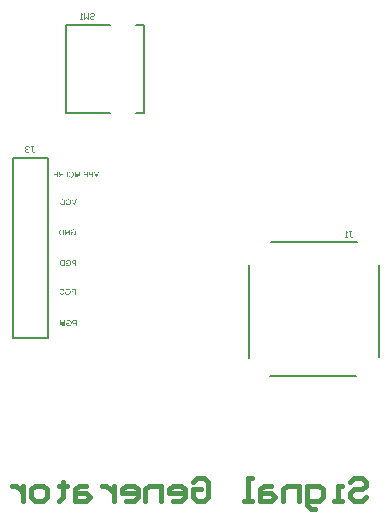
<source format=gbo>
G04*
G04 #@! TF.GenerationSoftware,Altium Limited,Altium Designer,21.6.4 (81)*
G04*
G04 Layer_Color=32896*
%FSLAX25Y25*%
%MOIN*%
G70*
G04*
G04 #@! TF.SameCoordinates,35DD912C-F110-465F-AF13-46C66D0AF481*
G04*
G04*
G04 #@! TF.FilePolarity,Positive*
G04*
G01*
G75*
%ADD12C,0.00787*%
%ADD13C,0.00394*%
%ADD36C,0.01575*%
G36*
X21139Y75919D02*
X20895D01*
Y77551D01*
X20341Y75919D01*
X20114D01*
X19554Y77523D01*
Y75919D01*
X19310D01*
Y77836D01*
X19651D01*
X20111Y76501D01*
X20136Y76429D01*
X20155Y76368D01*
X20175Y76315D01*
X20188Y76271D01*
X20200Y76238D01*
X20208Y76213D01*
X20211Y76199D01*
X20213Y76193D01*
X20224Y76232D01*
X20238Y76276D01*
X20255Y76323D01*
X20269Y76371D01*
X20283Y76412D01*
X20294Y76445D01*
X20299Y76459D01*
X20302Y76468D01*
X20305Y76473D01*
Y76476D01*
X20759Y77836D01*
X21139D01*
Y75919D01*
D02*
G37*
G36*
X22424Y77864D02*
X22521Y77850D01*
X22565Y77841D01*
X22607Y77830D01*
X22646Y77822D01*
X22682Y77811D01*
X22715Y77800D01*
X22742Y77789D01*
X22767Y77778D01*
X22790Y77769D01*
X22806Y77761D01*
X22817Y77756D01*
X22826Y77753D01*
X22828Y77750D01*
X22867Y77725D01*
X22906Y77700D01*
X22972Y77642D01*
X23031Y77584D01*
X23078Y77523D01*
X23116Y77470D01*
X23130Y77448D01*
X23141Y77426D01*
X23152Y77409D01*
X23158Y77398D01*
X23161Y77390D01*
X23164Y77387D01*
X23202Y77296D01*
X23230Y77204D01*
X23252Y77116D01*
X23258Y77074D01*
X23266Y77035D01*
X23269Y76999D01*
X23274Y76969D01*
X23277Y76938D01*
Y76913D01*
X23280Y76894D01*
Y76880D01*
Y76869D01*
Y76866D01*
X23274Y76764D01*
X23260Y76667D01*
X23252Y76623D01*
X23244Y76581D01*
X23233Y76539D01*
X23222Y76503D01*
X23211Y76470D01*
X23200Y76443D01*
X23191Y76415D01*
X23183Y76395D01*
X23175Y76376D01*
X23169Y76365D01*
X23164Y76357D01*
Y76354D01*
X23114Y76274D01*
X23058Y76204D01*
X23000Y76143D01*
X22945Y76094D01*
X22892Y76055D01*
X22873Y76041D01*
X22853Y76027D01*
X22837Y76019D01*
X22826Y76011D01*
X22817Y76008D01*
X22815Y76005D01*
X22770Y75983D01*
X22726Y75966D01*
X22637Y75936D01*
X22551Y75916D01*
X22471Y75900D01*
X22435Y75897D01*
X22402Y75891D01*
X22371Y75889D01*
X22346D01*
X22327Y75886D01*
X22299D01*
X22222Y75889D01*
X22147Y75897D01*
X22078Y75911D01*
X22017Y75925D01*
X21992Y75930D01*
X21967Y75936D01*
X21945Y75944D01*
X21925Y75950D01*
X21911Y75955D01*
X21900Y75958D01*
X21895Y75961D01*
X21892D01*
X21817Y75991D01*
X21748Y76027D01*
X21681Y76066D01*
X21623Y76102D01*
X21598Y76118D01*
X21574Y76135D01*
X21554Y76149D01*
X21538Y76160D01*
X21524Y76171D01*
X21513Y76179D01*
X21507Y76182D01*
X21504Y76185D01*
Y76897D01*
X22319D01*
Y76670D01*
X21754D01*
Y76310D01*
X21787Y76282D01*
X21826Y76257D01*
X21867Y76235D01*
X21906Y76215D01*
X21939Y76199D01*
X21970Y76185D01*
X21981Y76179D01*
X21986Y76177D01*
X21992Y76174D01*
X21995D01*
X22053Y76155D01*
X22111Y76138D01*
X22163Y76127D01*
X22213Y76121D01*
X22255Y76116D01*
X22272D01*
X22288Y76113D01*
X22316D01*
X22385Y76116D01*
X22452Y76127D01*
X22512Y76141D01*
X22568Y76155D01*
X22612Y76171D01*
X22632Y76177D01*
X22646Y76182D01*
X22659Y76188D01*
X22668Y76193D01*
X22673Y76196D01*
X22676D01*
X22734Y76232D01*
X22787Y76271D01*
X22831Y76312D01*
X22867Y76354D01*
X22898Y76393D01*
X22917Y76423D01*
X22925Y76434D01*
X22928Y76443D01*
X22934Y76448D01*
Y76451D01*
X22961Y76520D01*
X22983Y76592D01*
X22997Y76664D01*
X23008Y76733D01*
X23011Y76764D01*
X23014Y76792D01*
X23017Y76819D01*
Y76841D01*
X23020Y76858D01*
Y76872D01*
Y76880D01*
Y76883D01*
X23017Y76961D01*
X23008Y77030D01*
X22997Y77096D01*
X22983Y77154D01*
X22978Y77179D01*
X22970Y77202D01*
X22964Y77221D01*
X22959Y77238D01*
X22953Y77251D01*
X22950Y77260D01*
X22947Y77265D01*
Y77268D01*
X22928Y77307D01*
X22909Y77343D01*
X22889Y77376D01*
X22870Y77404D01*
X22853Y77426D01*
X22839Y77445D01*
X22828Y77456D01*
X22826Y77459D01*
X22795Y77490D01*
X22762Y77517D01*
X22726Y77539D01*
X22693Y77562D01*
X22665Y77575D01*
X22643Y77589D01*
X22626Y77595D01*
X22621Y77598D01*
X22571Y77617D01*
X22521Y77631D01*
X22468Y77639D01*
X22421Y77648D01*
X22380Y77650D01*
X22363D01*
X22349Y77653D01*
X22319D01*
X22266Y77650D01*
X22216Y77645D01*
X22172Y77636D01*
X22133Y77628D01*
X22100Y77617D01*
X22075Y77609D01*
X22061Y77603D01*
X22055Y77601D01*
X22014Y77581D01*
X21978Y77559D01*
X21945Y77537D01*
X21920Y77515D01*
X21900Y77495D01*
X21884Y77481D01*
X21875Y77470D01*
X21873Y77468D01*
X21848Y77434D01*
X21828Y77395D01*
X21809Y77359D01*
X21792Y77321D01*
X21781Y77288D01*
X21773Y77263D01*
X21770Y77251D01*
X21767Y77243D01*
X21765Y77240D01*
Y77238D01*
X21535Y77298D01*
X21554Y77368D01*
X21579Y77429D01*
X21604Y77484D01*
X21626Y77528D01*
X21648Y77564D01*
X21665Y77589D01*
X21676Y77606D01*
X21681Y77612D01*
X21720Y77656D01*
X21762Y77692D01*
X21806Y77725D01*
X21848Y77753D01*
X21887Y77772D01*
X21917Y77789D01*
X21928Y77794D01*
X21936Y77797D01*
X21942Y77800D01*
X21945D01*
X22008Y77822D01*
X22075Y77839D01*
X22136Y77852D01*
X22194Y77861D01*
X22247Y77866D01*
X22269D01*
X22285Y77869D01*
X22374D01*
X22424Y77864D01*
D02*
G37*
G36*
X25000Y75919D02*
X24745D01*
Y76697D01*
X24255D01*
X24183Y76700D01*
X24114Y76706D01*
X24053Y76714D01*
X23997Y76725D01*
X23945Y76736D01*
X23900Y76750D01*
X23859Y76767D01*
X23823Y76783D01*
X23792Y76797D01*
X23765Y76814D01*
X23742Y76828D01*
X23726Y76841D01*
X23712Y76850D01*
X23704Y76858D01*
X23698Y76864D01*
X23695Y76866D01*
X23668Y76900D01*
X23643Y76933D01*
X23623Y76966D01*
X23604Y77002D01*
X23587Y77038D01*
X23576Y77071D01*
X23557Y77135D01*
X23551Y77166D01*
X23546Y77193D01*
X23543Y77218D01*
X23540Y77238D01*
X23537Y77257D01*
Y77268D01*
Y77276D01*
Y77279D01*
X23540Y77332D01*
X23546Y77382D01*
X23557Y77426D01*
X23565Y77465D01*
X23576Y77498D01*
X23587Y77523D01*
X23593Y77537D01*
X23596Y77542D01*
X23618Y77584D01*
X23645Y77620D01*
X23670Y77653D01*
X23695Y77678D01*
X23718Y77697D01*
X23734Y77714D01*
X23745Y77722D01*
X23751Y77725D01*
X23787Y77747D01*
X23828Y77767D01*
X23867Y77783D01*
X23903Y77797D01*
X23936Y77805D01*
X23961Y77811D01*
X23981Y77816D01*
X23986D01*
X24028Y77822D01*
X24075Y77828D01*
X24125Y77830D01*
X24172Y77833D01*
X24213Y77836D01*
X25000D01*
Y75919D01*
D02*
G37*
G36*
X22129Y88297D02*
X22226Y88283D01*
X22270Y88275D01*
X22311Y88263D01*
X22350Y88255D01*
X22386Y88244D01*
X22420Y88233D01*
X22447Y88222D01*
X22472Y88211D01*
X22494Y88203D01*
X22511Y88194D01*
X22522Y88189D01*
X22530Y88186D01*
X22533Y88183D01*
X22572Y88158D01*
X22611Y88133D01*
X22677Y88075D01*
X22735Y88017D01*
X22782Y87956D01*
X22821Y87903D01*
X22835Y87881D01*
X22846Y87859D01*
X22857Y87842D01*
X22863Y87831D01*
X22865Y87823D01*
X22868Y87820D01*
X22907Y87729D01*
X22935Y87637D01*
X22957Y87549D01*
X22962Y87507D01*
X22971Y87468D01*
X22974Y87432D01*
X22979Y87402D01*
X22982Y87371D01*
Y87347D01*
X22985Y87327D01*
Y87313D01*
Y87302D01*
Y87300D01*
X22979Y87197D01*
X22965Y87100D01*
X22957Y87056D01*
X22949Y87014D01*
X22938Y86973D01*
X22926Y86937D01*
X22915Y86903D01*
X22904Y86876D01*
X22896Y86848D01*
X22888Y86829D01*
X22879Y86809D01*
X22874Y86798D01*
X22868Y86790D01*
Y86787D01*
X22818Y86707D01*
X22763Y86638D01*
X22705Y86576D01*
X22649Y86527D01*
X22597Y86488D01*
X22577Y86474D01*
X22558Y86460D01*
X22541Y86452D01*
X22530Y86444D01*
X22522Y86441D01*
X22519Y86438D01*
X22475Y86416D01*
X22431Y86399D01*
X22342Y86369D01*
X22256Y86349D01*
X22176Y86333D01*
X22140Y86330D01*
X22106Y86324D01*
X22076Y86322D01*
X22051D01*
X22032Y86319D01*
X22004D01*
X21926Y86322D01*
X21852Y86330D01*
X21782Y86344D01*
X21721Y86358D01*
X21697Y86363D01*
X21672Y86369D01*
X21649Y86377D01*
X21630Y86383D01*
X21616Y86388D01*
X21605Y86391D01*
X21599Y86394D01*
X21597D01*
X21522Y86424D01*
X21453Y86460D01*
X21386Y86499D01*
X21328Y86535D01*
X21303Y86552D01*
X21278Y86568D01*
X21259Y86582D01*
X21242Y86593D01*
X21228Y86604D01*
X21217Y86612D01*
X21212Y86615D01*
X21209Y86618D01*
Y87330D01*
X22023D01*
Y87103D01*
X21458D01*
Y86743D01*
X21492Y86715D01*
X21530Y86690D01*
X21572Y86668D01*
X21611Y86648D01*
X21644Y86632D01*
X21674Y86618D01*
X21685Y86612D01*
X21691Y86610D01*
X21697Y86607D01*
X21699D01*
X21757Y86588D01*
X21816Y86571D01*
X21868Y86560D01*
X21918Y86554D01*
X21960Y86549D01*
X21976D01*
X21993Y86546D01*
X22021D01*
X22090Y86549D01*
X22156Y86560D01*
X22217Y86574D01*
X22273Y86588D01*
X22317Y86604D01*
X22336Y86610D01*
X22350Y86615D01*
X22364Y86621D01*
X22372Y86626D01*
X22378Y86629D01*
X22381D01*
X22439Y86665D01*
X22491Y86704D01*
X22536Y86746D01*
X22572Y86787D01*
X22602Y86826D01*
X22622Y86856D01*
X22630Y86867D01*
X22633Y86876D01*
X22638Y86881D01*
Y86884D01*
X22666Y86953D01*
X22688Y87025D01*
X22702Y87097D01*
X22713Y87167D01*
X22716Y87197D01*
X22719Y87225D01*
X22721Y87252D01*
Y87274D01*
X22724Y87291D01*
Y87305D01*
Y87313D01*
Y87316D01*
X22721Y87394D01*
X22713Y87463D01*
X22702Y87529D01*
X22688Y87588D01*
X22683Y87612D01*
X22674Y87635D01*
X22669Y87654D01*
X22663Y87671D01*
X22658Y87685D01*
X22655Y87693D01*
X22652Y87698D01*
Y87701D01*
X22633Y87740D01*
X22613Y87776D01*
X22594Y87809D01*
X22575Y87837D01*
X22558Y87859D01*
X22544Y87878D01*
X22533Y87889D01*
X22530Y87892D01*
X22500Y87923D01*
X22467Y87950D01*
X22431Y87973D01*
X22397Y87995D01*
X22370Y88009D01*
X22347Y88023D01*
X22331Y88028D01*
X22325Y88031D01*
X22275Y88050D01*
X22226Y88064D01*
X22173Y88072D01*
X22126Y88081D01*
X22084Y88083D01*
X22068D01*
X22054Y88086D01*
X22023D01*
X21971Y88083D01*
X21921Y88078D01*
X21877Y88069D01*
X21838Y88061D01*
X21804Y88050D01*
X21780Y88042D01*
X21766Y88036D01*
X21760Y88033D01*
X21719Y88014D01*
X21683Y87992D01*
X21649Y87970D01*
X21624Y87948D01*
X21605Y87928D01*
X21588Y87914D01*
X21580Y87903D01*
X21577Y87901D01*
X21553Y87867D01*
X21533Y87828D01*
X21514Y87792D01*
X21497Y87754D01*
X21486Y87721D01*
X21478Y87696D01*
X21475Y87685D01*
X21472Y87676D01*
X21469Y87673D01*
Y87671D01*
X21239Y87732D01*
X21259Y87801D01*
X21284Y87862D01*
X21309Y87917D01*
X21331Y87962D01*
X21353Y87998D01*
X21370Y88023D01*
X21381Y88039D01*
X21386Y88045D01*
X21425Y88089D01*
X21467Y88125D01*
X21511Y88158D01*
X21553Y88186D01*
X21591Y88205D01*
X21622Y88222D01*
X21633Y88227D01*
X21641Y88230D01*
X21647Y88233D01*
X21649D01*
X21713Y88255D01*
X21780Y88272D01*
X21840Y88286D01*
X21899Y88294D01*
X21951Y88300D01*
X21973D01*
X21990Y88302D01*
X22079D01*
X22129Y88297D01*
D02*
G37*
G36*
X20098D02*
X20187Y88283D01*
X20264Y88266D01*
X20300Y88255D01*
X20334Y88244D01*
X20364Y88233D01*
X20392Y88222D01*
X20414Y88214D01*
X20436Y88205D01*
X20450Y88197D01*
X20461Y88191D01*
X20469Y88189D01*
X20472Y88186D01*
X20547Y88139D01*
X20611Y88083D01*
X20666Y88028D01*
X20713Y87973D01*
X20749Y87923D01*
X20763Y87901D01*
X20774Y87881D01*
X20785Y87867D01*
X20791Y87856D01*
X20794Y87848D01*
X20796Y87845D01*
X20835Y87759D01*
X20863Y87671D01*
X20882Y87582D01*
X20896Y87502D01*
X20901Y87466D01*
X20904Y87430D01*
X20907Y87402D01*
Y87374D01*
X20910Y87355D01*
Y87338D01*
Y87327D01*
Y87324D01*
X20904Y87225D01*
X20893Y87128D01*
X20879Y87042D01*
X20868Y87000D01*
X20860Y86964D01*
X20852Y86931D01*
X20841Y86901D01*
X20832Y86873D01*
X20827Y86851D01*
X20818Y86834D01*
X20816Y86820D01*
X20810Y86812D01*
Y86809D01*
X20768Y86726D01*
X20721Y86651D01*
X20672Y86588D01*
X20647Y86563D01*
X20625Y86538D01*
X20602Y86516D01*
X20580Y86496D01*
X20561Y86480D01*
X20544Y86468D01*
X20533Y86457D01*
X20522Y86449D01*
X20516Y86446D01*
X20514Y86444D01*
X20475Y86421D01*
X20436Y86402D01*
X20353Y86371D01*
X20270Y86349D01*
X20190Y86335D01*
X20151Y86330D01*
X20118Y86324D01*
X20087Y86322D01*
X20062D01*
X20040Y86319D01*
X20010D01*
X19954Y86322D01*
X19902Y86327D01*
X19852Y86333D01*
X19805Y86344D01*
X19760Y86358D01*
X19719Y86371D01*
X19680Y86385D01*
X19644Y86402D01*
X19613Y86416D01*
X19583Y86430D01*
X19561Y86444D01*
X19539Y86457D01*
X19525Y86468D01*
X19511Y86474D01*
X19505Y86480D01*
X19503Y86482D01*
X19464Y86516D01*
X19431Y86549D01*
X19400Y86588D01*
X19370Y86626D01*
X19320Y86704D01*
X19281Y86782D01*
X19264Y86818D01*
X19251Y86851D01*
X19240Y86881D01*
X19231Y86906D01*
X19223Y86928D01*
X19217Y86945D01*
X19215Y86956D01*
Y86959D01*
X19469Y87023D01*
X19480Y86978D01*
X19494Y86937D01*
X19508Y86898D01*
X19522Y86862D01*
X19539Y86829D01*
X19555Y86801D01*
X19575Y86773D01*
X19591Y86748D01*
X19605Y86726D01*
X19622Y86709D01*
X19636Y86693D01*
X19647Y86679D01*
X19658Y86671D01*
X19666Y86662D01*
X19669Y86660D01*
X19672Y86657D01*
X19699Y86635D01*
X19730Y86618D01*
X19791Y86588D01*
X19849Y86565D01*
X19907Y86552D01*
X19957Y86541D01*
X19976Y86538D01*
X19996D01*
X20012Y86535D01*
X20032D01*
X20095Y86538D01*
X20156Y86549D01*
X20212Y86563D01*
X20262Y86579D01*
X20300Y86596D01*
X20317Y86604D01*
X20331Y86610D01*
X20342Y86615D01*
X20350Y86621D01*
X20356Y86624D01*
X20359D01*
X20411Y86662D01*
X20456Y86704D01*
X20494Y86751D01*
X20525Y86795D01*
X20550Y86834D01*
X20566Y86867D01*
X20572Y86881D01*
X20577Y86889D01*
X20580Y86895D01*
Y86898D01*
X20602Y86970D01*
X20619Y87042D01*
X20633Y87114D01*
X20641Y87180D01*
X20644Y87211D01*
X20647Y87239D01*
Y87264D01*
X20649Y87283D01*
Y87300D01*
Y87313D01*
Y87322D01*
Y87324D01*
X20647Y87396D01*
X20641Y87463D01*
X20630Y87524D01*
X20619Y87579D01*
X20611Y87626D01*
X20605Y87646D01*
X20600Y87662D01*
X20597Y87676D01*
X20594Y87685D01*
X20591Y87690D01*
Y87693D01*
X20564Y87757D01*
X20533Y87815D01*
X20500Y87862D01*
X20464Y87903D01*
X20433Y87937D01*
X20408Y87959D01*
X20389Y87973D01*
X20386Y87978D01*
X20383D01*
X20325Y88014D01*
X20262Y88042D01*
X20201Y88061D01*
X20143Y88072D01*
X20090Y88081D01*
X20068Y88083D01*
X20048D01*
X20034Y88086D01*
X20012D01*
X19943Y88083D01*
X19879Y88072D01*
X19827Y88056D01*
X19780Y88039D01*
X19744Y88020D01*
X19716Y88006D01*
X19699Y87995D01*
X19694Y87989D01*
X19649Y87948D01*
X19608Y87901D01*
X19575Y87851D01*
X19547Y87801D01*
X19525Y87757D01*
X19516Y87734D01*
X19511Y87718D01*
X19505Y87704D01*
X19500Y87693D01*
X19497Y87687D01*
Y87685D01*
X19248Y87743D01*
X19264Y87792D01*
X19281Y87837D01*
X19303Y87878D01*
X19323Y87920D01*
X19345Y87956D01*
X19370Y87989D01*
X19392Y88023D01*
X19414Y88050D01*
X19436Y88072D01*
X19456Y88095D01*
X19475Y88114D01*
X19489Y88128D01*
X19503Y88142D01*
X19514Y88150D01*
X19519Y88153D01*
X19522Y88155D01*
X19561Y88180D01*
X19600Y88205D01*
X19638Y88225D01*
X19680Y88241D01*
X19763Y88266D01*
X19838Y88283D01*
X19874Y88291D01*
X19904Y88294D01*
X19935Y88297D01*
X19960Y88300D01*
X19979Y88302D01*
X20007D01*
X20098Y88297D01*
D02*
G37*
G36*
X24705Y86352D02*
X24450D01*
Y87130D01*
X23960D01*
X23888Y87133D01*
X23818Y87139D01*
X23757Y87147D01*
X23702Y87158D01*
X23649Y87169D01*
X23605Y87183D01*
X23563Y87200D01*
X23528Y87216D01*
X23497Y87230D01*
X23469Y87247D01*
X23447Y87261D01*
X23430Y87274D01*
X23417Y87283D01*
X23408Y87291D01*
X23403Y87297D01*
X23400Y87300D01*
X23372Y87333D01*
X23347Y87366D01*
X23328Y87399D01*
X23309Y87435D01*
X23292Y87471D01*
X23281Y87505D01*
X23261Y87568D01*
X23256Y87599D01*
X23250Y87626D01*
X23248Y87651D01*
X23245Y87671D01*
X23242Y87690D01*
Y87701D01*
Y87709D01*
Y87712D01*
X23245Y87765D01*
X23250Y87815D01*
X23261Y87859D01*
X23270Y87898D01*
X23281Y87931D01*
X23292Y87956D01*
X23298Y87970D01*
X23300Y87975D01*
X23323Y88017D01*
X23350Y88053D01*
X23375Y88086D01*
X23400Y88111D01*
X23422Y88130D01*
X23439Y88147D01*
X23450Y88155D01*
X23455Y88158D01*
X23492Y88180D01*
X23533Y88200D01*
X23572Y88216D01*
X23608Y88230D01*
X23641Y88239D01*
X23666Y88244D01*
X23685Y88250D01*
X23691D01*
X23732Y88255D01*
X23779Y88261D01*
X23829Y88263D01*
X23877Y88266D01*
X23918Y88269D01*
X24705D01*
Y86352D01*
D02*
G37*
G36*
X22227Y97844D02*
X22324Y97830D01*
X22368Y97822D01*
X22410Y97811D01*
X22449Y97802D01*
X22485Y97791D01*
X22518Y97780D01*
X22546Y97769D01*
X22570Y97758D01*
X22593Y97750D01*
X22609Y97741D01*
X22620Y97736D01*
X22629Y97733D01*
X22632Y97730D01*
X22670Y97705D01*
X22709Y97680D01*
X22775Y97622D01*
X22834Y97564D01*
X22881Y97503D01*
X22920Y97451D01*
X22933Y97428D01*
X22944Y97406D01*
X22956Y97390D01*
X22961Y97379D01*
X22964Y97370D01*
X22967Y97368D01*
X23005Y97276D01*
X23033Y97185D01*
X23055Y97096D01*
X23061Y97054D01*
X23069Y97016D01*
X23072Y96980D01*
X23077Y96949D01*
X23080Y96919D01*
Y96894D01*
X23083Y96874D01*
Y96861D01*
Y96850D01*
Y96847D01*
X23077Y96744D01*
X23064Y96647D01*
X23055Y96603D01*
X23047Y96561D01*
X23036Y96520D01*
X23025Y96484D01*
X23014Y96451D01*
X23003Y96423D01*
X22994Y96395D01*
X22986Y96376D01*
X22978Y96356D01*
X22972Y96345D01*
X22967Y96337D01*
Y96334D01*
X22917Y96254D01*
X22861Y96185D01*
X22803Y96124D01*
X22748Y96074D01*
X22695Y96035D01*
X22676Y96021D01*
X22656Y96007D01*
X22640Y95999D01*
X22629Y95991D01*
X22620Y95988D01*
X22618Y95985D01*
X22573Y95963D01*
X22529Y95947D01*
X22440Y95916D01*
X22354Y95897D01*
X22274Y95880D01*
X22238Y95877D01*
X22205Y95872D01*
X22174Y95869D01*
X22150D01*
X22130Y95866D01*
X22102D01*
X22025Y95869D01*
X21950Y95877D01*
X21881Y95891D01*
X21820Y95905D01*
X21795Y95911D01*
X21770Y95916D01*
X21748Y95924D01*
X21729Y95930D01*
X21715Y95935D01*
X21703Y95938D01*
X21698Y95941D01*
X21695D01*
X21620Y95971D01*
X21551Y96007D01*
X21485Y96046D01*
X21427Y96082D01*
X21402Y96099D01*
X21377Y96115D01*
X21357Y96129D01*
X21341Y96140D01*
X21327Y96152D01*
X21316Y96160D01*
X21310Y96162D01*
X21307Y96165D01*
Y96877D01*
X22122D01*
Y96650D01*
X21557D01*
Y96290D01*
X21590Y96262D01*
X21629Y96237D01*
X21670Y96215D01*
X21709Y96196D01*
X21742Y96179D01*
X21773Y96165D01*
X21784Y96160D01*
X21789Y96157D01*
X21795Y96154D01*
X21798D01*
X21856Y96135D01*
X21914Y96118D01*
X21967Y96107D01*
X22016Y96102D01*
X22058Y96096D01*
X22075D01*
X22091Y96093D01*
X22119D01*
X22188Y96096D01*
X22255Y96107D01*
X22316Y96121D01*
X22371Y96135D01*
X22415Y96152D01*
X22435Y96157D01*
X22449Y96162D01*
X22463Y96168D01*
X22471Y96174D01*
X22476Y96176D01*
X22479D01*
X22537Y96212D01*
X22590Y96251D01*
X22634Y96293D01*
X22670Y96334D01*
X22701Y96373D01*
X22720Y96403D01*
X22728Y96415D01*
X22731Y96423D01*
X22737Y96429D01*
Y96431D01*
X22764Y96500D01*
X22787Y96573D01*
X22800Y96645D01*
X22812Y96714D01*
X22814Y96744D01*
X22817Y96772D01*
X22820Y96800D01*
Y96822D01*
X22823Y96838D01*
Y96852D01*
Y96861D01*
Y96863D01*
X22820Y96941D01*
X22812Y97010D01*
X22800Y97077D01*
X22787Y97135D01*
X22781Y97160D01*
X22773Y97182D01*
X22767Y97201D01*
X22762Y97218D01*
X22756Y97232D01*
X22753Y97240D01*
X22751Y97246D01*
Y97248D01*
X22731Y97287D01*
X22712Y97323D01*
X22692Y97356D01*
X22673Y97384D01*
X22656Y97406D01*
X22643Y97426D01*
X22632Y97437D01*
X22629Y97439D01*
X22598Y97470D01*
X22565Y97498D01*
X22529Y97520D01*
X22496Y97542D01*
X22468Y97556D01*
X22446Y97570D01*
X22429Y97575D01*
X22424Y97578D01*
X22374Y97597D01*
X22324Y97611D01*
X22271Y97620D01*
X22224Y97628D01*
X22183Y97631D01*
X22166D01*
X22152Y97633D01*
X22122D01*
X22069Y97631D01*
X22019Y97625D01*
X21975Y97617D01*
X21936Y97609D01*
X21903Y97597D01*
X21878Y97589D01*
X21864Y97584D01*
X21859Y97581D01*
X21817Y97561D01*
X21781Y97539D01*
X21748Y97517D01*
X21723Y97495D01*
X21703Y97475D01*
X21687Y97462D01*
X21679Y97451D01*
X21676Y97448D01*
X21651Y97415D01*
X21632Y97376D01*
X21612Y97340D01*
X21596Y97301D01*
X21584Y97268D01*
X21576Y97243D01*
X21573Y97232D01*
X21571Y97224D01*
X21568Y97221D01*
Y97218D01*
X21338Y97279D01*
X21357Y97348D01*
X21382Y97409D01*
X21407Y97464D01*
X21429Y97509D01*
X21451Y97545D01*
X21468Y97570D01*
X21479Y97586D01*
X21485Y97592D01*
X21523Y97636D01*
X21565Y97672D01*
X21609Y97705D01*
X21651Y97733D01*
X21690Y97752D01*
X21720Y97769D01*
X21731Y97775D01*
X21739Y97777D01*
X21745Y97780D01*
X21748D01*
X21812Y97802D01*
X21878Y97819D01*
X21939Y97833D01*
X21997Y97841D01*
X22050Y97847D01*
X22072D01*
X22089Y97850D01*
X22177D01*
X22227Y97844D01*
D02*
G37*
G36*
X24803Y95899D02*
X24548D01*
Y96678D01*
X24058D01*
X23986Y96680D01*
X23917Y96686D01*
X23856Y96694D01*
X23800Y96706D01*
X23748Y96716D01*
X23704Y96730D01*
X23662Y96747D01*
X23626Y96764D01*
X23595Y96777D01*
X23568Y96794D01*
X23546Y96808D01*
X23529Y96822D01*
X23515Y96830D01*
X23507Y96838D01*
X23501Y96844D01*
X23498Y96847D01*
X23471Y96880D01*
X23446Y96913D01*
X23426Y96947D01*
X23407Y96983D01*
X23391Y97018D01*
X23379Y97052D01*
X23360Y97115D01*
X23354Y97146D01*
X23349Y97174D01*
X23346Y97198D01*
X23343Y97218D01*
X23341Y97237D01*
Y97248D01*
Y97257D01*
Y97259D01*
X23343Y97312D01*
X23349Y97362D01*
X23360Y97406D01*
X23368Y97445D01*
X23379Y97478D01*
X23391Y97503D01*
X23396Y97517D01*
X23399Y97523D01*
X23421Y97564D01*
X23449Y97600D01*
X23474Y97633D01*
X23498Y97658D01*
X23521Y97678D01*
X23537Y97694D01*
X23548Y97703D01*
X23554Y97705D01*
X23590Y97728D01*
X23631Y97747D01*
X23670Y97764D01*
X23706Y97777D01*
X23740Y97786D01*
X23764Y97791D01*
X23784Y97797D01*
X23789D01*
X23831Y97802D01*
X23878Y97808D01*
X23928Y97811D01*
X23975Y97813D01*
X24016Y97816D01*
X24803D01*
Y95899D01*
D02*
G37*
G36*
X20933D02*
X20244D01*
X20180Y95902D01*
X20122Y95905D01*
X20069Y95911D01*
X20025Y95916D01*
X19986Y95922D01*
X19958Y95924D01*
X19950Y95927D01*
X19942Y95930D01*
X19936D01*
X19886Y95944D01*
X19842Y95960D01*
X19803Y95974D01*
X19770Y95991D01*
X19742Y96005D01*
X19723Y96016D01*
X19712Y96024D01*
X19706Y96027D01*
X19670Y96052D01*
X19640Y96082D01*
X19609Y96110D01*
X19584Y96138D01*
X19562Y96162D01*
X19546Y96182D01*
X19535Y96196D01*
X19532Y96201D01*
X19504Y96246D01*
X19476Y96293D01*
X19454Y96337D01*
X19438Y96381D01*
X19421Y96420D01*
X19410Y96451D01*
X19407Y96462D01*
X19404Y96470D01*
X19402Y96475D01*
Y96478D01*
X19385Y96545D01*
X19371Y96611D01*
X19363Y96675D01*
X19355Y96736D01*
X19352Y96789D01*
Y96811D01*
X19349Y96830D01*
Y96844D01*
Y96858D01*
Y96863D01*
Y96866D01*
X19352Y96960D01*
X19360Y97046D01*
X19374Y97124D01*
X19379Y97160D01*
X19388Y97190D01*
X19396Y97221D01*
X19402Y97246D01*
X19407Y97268D01*
X19415Y97287D01*
X19418Y97304D01*
X19424Y97315D01*
X19427Y97320D01*
Y97323D01*
X19457Y97395D01*
X19493Y97459D01*
X19532Y97514D01*
X19568Y97561D01*
X19601Y97600D01*
X19629Y97628D01*
X19640Y97636D01*
X19648Y97645D01*
X19651Y97647D01*
X19654Y97650D01*
X19698Y97686D01*
X19745Y97714D01*
X19792Y97739D01*
X19837Y97758D01*
X19875Y97772D01*
X19906Y97780D01*
X19917Y97786D01*
X19925D01*
X19931Y97789D01*
X19933D01*
X19981Y97797D01*
X20036Y97805D01*
X20091Y97811D01*
X20147Y97813D01*
X20197Y97816D01*
X20933D01*
Y95899D01*
D02*
G37*
G36*
X22656Y106136D02*
X22413D01*
Y107640D01*
X21410Y106136D01*
X21147D01*
Y108052D01*
X21391D01*
Y106546D01*
X22396Y108052D01*
X22656D01*
Y106136D01*
D02*
G37*
G36*
X23947Y108080D02*
X24044Y108066D01*
X24089Y108058D01*
X24130Y108047D01*
X24169Y108039D01*
X24205Y108028D01*
X24238Y108016D01*
X24266Y108005D01*
X24291Y107994D01*
X24313Y107986D01*
X24329Y107978D01*
X24341Y107972D01*
X24349Y107969D01*
X24352Y107967D01*
X24390Y107942D01*
X24429Y107917D01*
X24496Y107859D01*
X24554Y107800D01*
X24601Y107739D01*
X24640Y107687D01*
X24654Y107665D01*
X24665Y107642D01*
X24676Y107626D01*
X24681Y107615D01*
X24684Y107606D01*
X24687Y107604D01*
X24726Y107512D01*
X24753Y107421D01*
X24776Y107332D01*
X24781Y107291D01*
X24789Y107252D01*
X24792Y107216D01*
X24798Y107185D01*
X24800Y107155D01*
Y107130D01*
X24803Y107111D01*
Y107097D01*
Y107086D01*
Y107083D01*
X24798Y106981D01*
X24784Y106884D01*
X24776Y106839D01*
X24767Y106798D01*
X24756Y106756D01*
X24745Y106720D01*
X24734Y106687D01*
X24723Y106659D01*
X24714Y106631D01*
X24706Y106612D01*
X24698Y106593D01*
X24692Y106582D01*
X24687Y106573D01*
Y106570D01*
X24637Y106490D01*
X24581Y106421D01*
X24523Y106360D01*
X24468Y106310D01*
X24415Y106271D01*
X24396Y106257D01*
X24377Y106244D01*
X24360Y106235D01*
X24349Y106227D01*
X24341Y106224D01*
X24338Y106221D01*
X24294Y106199D01*
X24249Y106183D01*
X24160Y106152D01*
X24075Y106133D01*
X23994Y106116D01*
X23958Y106113D01*
X23925Y106108D01*
X23895Y106105D01*
X23870D01*
X23850Y106102D01*
X23823D01*
X23745Y106105D01*
X23670Y106113D01*
X23601Y106127D01*
X23540Y106141D01*
X23515Y106147D01*
X23490Y106152D01*
X23468Y106160D01*
X23449Y106166D01*
X23435Y106172D01*
X23424Y106174D01*
X23418Y106177D01*
X23415D01*
X23341Y106208D01*
X23271Y106244D01*
X23205Y106282D01*
X23147Y106318D01*
X23122Y106335D01*
X23097Y106352D01*
X23077Y106366D01*
X23061Y106377D01*
X23047Y106388D01*
X23036Y106396D01*
X23030Y106399D01*
X23028Y106402D01*
Y107113D01*
X23842D01*
Y106886D01*
X23277D01*
Y106526D01*
X23310Y106499D01*
X23349Y106474D01*
X23391Y106451D01*
X23429Y106432D01*
X23462Y106415D01*
X23493Y106402D01*
X23504Y106396D01*
X23510Y106393D01*
X23515Y106391D01*
X23518D01*
X23576Y106371D01*
X23634Y106354D01*
X23687Y106343D01*
X23737Y106338D01*
X23778Y106332D01*
X23795D01*
X23811Y106330D01*
X23839D01*
X23908Y106332D01*
X23975Y106343D01*
X24036Y106357D01*
X24091Y106371D01*
X24136Y106388D01*
X24155Y106393D01*
X24169Y106399D01*
X24183Y106404D01*
X24191Y106410D01*
X24196Y106413D01*
X24199D01*
X24258Y106449D01*
X24310Y106487D01*
X24354Y106529D01*
X24390Y106570D01*
X24421Y106609D01*
X24440Y106640D01*
X24449Y106651D01*
X24451Y106659D01*
X24457Y106665D01*
Y106667D01*
X24485Y106737D01*
X24507Y106809D01*
X24521Y106881D01*
X24532Y106950D01*
X24534Y106981D01*
X24537Y107008D01*
X24540Y107036D01*
Y107058D01*
X24543Y107075D01*
Y107088D01*
Y107097D01*
Y107100D01*
X24540Y107177D01*
X24532Y107246D01*
X24521Y107313D01*
X24507Y107371D01*
X24501Y107396D01*
X24493Y107418D01*
X24487Y107438D01*
X24482Y107454D01*
X24476Y107468D01*
X24474Y107476D01*
X24471Y107482D01*
Y107485D01*
X24451Y107523D01*
X24432Y107559D01*
X24413Y107593D01*
X24393Y107620D01*
X24377Y107642D01*
X24363Y107662D01*
X24352Y107673D01*
X24349Y107676D01*
X24318Y107706D01*
X24285Y107734D01*
X24249Y107756D01*
X24216Y107778D01*
X24188Y107792D01*
X24166Y107806D01*
X24149Y107811D01*
X24144Y107814D01*
X24094Y107834D01*
X24044Y107847D01*
X23991Y107856D01*
X23945Y107864D01*
X23903Y107867D01*
X23886D01*
X23872Y107870D01*
X23842D01*
X23789Y107867D01*
X23740Y107861D01*
X23695Y107853D01*
X23656Y107845D01*
X23623Y107834D01*
X23598Y107825D01*
X23584Y107820D01*
X23579Y107817D01*
X23537Y107798D01*
X23501Y107775D01*
X23468Y107753D01*
X23443Y107731D01*
X23424Y107712D01*
X23407Y107698D01*
X23399Y107687D01*
X23396Y107684D01*
X23371Y107651D01*
X23352Y107612D01*
X23332Y107576D01*
X23316Y107537D01*
X23305Y107504D01*
X23296Y107479D01*
X23293Y107468D01*
X23291Y107460D01*
X23288Y107457D01*
Y107454D01*
X23058Y107515D01*
X23077Y107584D01*
X23102Y107645D01*
X23127Y107701D01*
X23149Y107745D01*
X23172Y107781D01*
X23188Y107806D01*
X23199Y107823D01*
X23205Y107828D01*
X23244Y107872D01*
X23285Y107908D01*
X23329Y107942D01*
X23371Y107969D01*
X23410Y107989D01*
X23440Y108005D01*
X23451Y108011D01*
X23460Y108014D01*
X23465Y108016D01*
X23468D01*
X23532Y108039D01*
X23598Y108055D01*
X23659Y108069D01*
X23717Y108077D01*
X23770Y108083D01*
X23792D01*
X23809Y108086D01*
X23897D01*
X23947Y108080D01*
D02*
G37*
G36*
X20720Y106136D02*
X20030D01*
X19967Y106138D01*
X19909Y106141D01*
X19856Y106147D01*
X19812Y106152D01*
X19773Y106158D01*
X19745Y106160D01*
X19737Y106163D01*
X19728Y106166D01*
X19723D01*
X19673Y106180D01*
X19629Y106197D01*
X19590Y106210D01*
X19557Y106227D01*
X19529Y106241D01*
X19510Y106252D01*
X19499Y106260D01*
X19493Y106263D01*
X19457Y106288D01*
X19427Y106318D01*
X19396Y106346D01*
X19371Y106374D01*
X19349Y106399D01*
X19332Y106418D01*
X19321Y106432D01*
X19319Y106438D01*
X19291Y106482D01*
X19263Y106529D01*
X19241Y106573D01*
X19224Y106618D01*
X19208Y106656D01*
X19197Y106687D01*
X19194Y106698D01*
X19191Y106706D01*
X19188Y106712D01*
Y106714D01*
X19172Y106781D01*
X19158Y106848D01*
X19150Y106911D01*
X19141Y106972D01*
X19139Y107025D01*
Y107047D01*
X19136Y107066D01*
Y107080D01*
Y107094D01*
Y107100D01*
Y107102D01*
X19139Y107196D01*
X19147Y107282D01*
X19161Y107360D01*
X19166Y107396D01*
X19174Y107426D01*
X19183Y107457D01*
X19188Y107482D01*
X19194Y107504D01*
X19202Y107523D01*
X19205Y107540D01*
X19210Y107551D01*
X19213Y107557D01*
Y107559D01*
X19244Y107631D01*
X19280Y107695D01*
X19319Y107750D01*
X19355Y107798D01*
X19388Y107836D01*
X19415Y107864D01*
X19427Y107872D01*
X19435Y107881D01*
X19438Y107884D01*
X19440Y107886D01*
X19485Y107922D01*
X19532Y107950D01*
X19579Y107975D01*
X19623Y107994D01*
X19662Y108008D01*
X19692Y108016D01*
X19704Y108022D01*
X19712D01*
X19717Y108025D01*
X19720D01*
X19767Y108033D01*
X19823Y108041D01*
X19878Y108047D01*
X19933Y108050D01*
X19983Y108052D01*
X20720D01*
Y106136D01*
D02*
G37*
G36*
X24258Y116175D02*
X23992D01*
X23244Y118092D01*
X23501D01*
X24022Y116699D01*
X24044Y116640D01*
X24064Y116585D01*
X24080Y116532D01*
X24094Y116485D01*
X24108Y116444D01*
X24116Y116413D01*
X24119Y116402D01*
X24122Y116394D01*
X24125Y116388D01*
Y116385D01*
X24158Y116496D01*
X24174Y116549D01*
X24191Y116596D01*
X24205Y116638D01*
X24211Y116654D01*
X24213Y116671D01*
X24219Y116682D01*
X24222Y116690D01*
X24224Y116696D01*
Y116699D01*
X24723Y118092D01*
X25000D01*
X24258Y116175D01*
D02*
G37*
G36*
X22277Y118120D02*
X22366Y118106D01*
X22443Y118089D01*
X22479Y118078D01*
X22512Y118067D01*
X22543Y118056D01*
X22571Y118045D01*
X22593Y118036D01*
X22615Y118028D01*
X22629Y118020D01*
X22640Y118014D01*
X22648Y118011D01*
X22651Y118009D01*
X22726Y117962D01*
X22790Y117906D01*
X22845Y117851D01*
X22892Y117795D01*
X22928Y117746D01*
X22942Y117723D01*
X22953Y117704D01*
X22964Y117690D01*
X22970Y117679D01*
X22972Y117671D01*
X22975Y117668D01*
X23014Y117582D01*
X23042Y117493D01*
X23061Y117405D01*
X23075Y117324D01*
X23080Y117288D01*
X23083Y117253D01*
X23086Y117225D01*
Y117197D01*
X23089Y117178D01*
Y117161D01*
Y117150D01*
Y117147D01*
X23083Y117048D01*
X23072Y116951D01*
X23058Y116865D01*
X23047Y116823D01*
X23039Y116787D01*
X23031Y116754D01*
X23020Y116723D01*
X23011Y116696D01*
X23006Y116674D01*
X22997Y116657D01*
X22995Y116643D01*
X22989Y116635D01*
Y116632D01*
X22947Y116549D01*
X22900Y116474D01*
X22851Y116410D01*
X22826Y116385D01*
X22803Y116361D01*
X22781Y116338D01*
X22759Y116319D01*
X22740Y116302D01*
X22723Y116291D01*
X22712Y116280D01*
X22701Y116272D01*
X22695Y116269D01*
X22693Y116266D01*
X22654Y116244D01*
X22615Y116225D01*
X22532Y116194D01*
X22449Y116172D01*
X22368Y116158D01*
X22330Y116153D01*
X22297Y116147D01*
X22266Y116145D01*
X22241D01*
X22219Y116142D01*
X22188D01*
X22133Y116145D01*
X22080Y116150D01*
X22031Y116156D01*
X21983Y116167D01*
X21939Y116181D01*
X21898Y116194D01*
X21859Y116208D01*
X21823Y116225D01*
X21792Y116239D01*
X21762Y116253D01*
X21740Y116266D01*
X21718Y116280D01*
X21704Y116291D01*
X21690Y116297D01*
X21684Y116302D01*
X21681Y116305D01*
X21643Y116338D01*
X21610Y116372D01*
X21579Y116410D01*
X21549Y116449D01*
X21499Y116527D01*
X21460Y116604D01*
X21443Y116640D01*
X21429Y116674D01*
X21418Y116704D01*
X21410Y116729D01*
X21402Y116751D01*
X21396Y116768D01*
X21394Y116779D01*
Y116782D01*
X21648Y116845D01*
X21659Y116801D01*
X21673Y116759D01*
X21687Y116721D01*
X21701Y116685D01*
X21718Y116651D01*
X21734Y116624D01*
X21754Y116596D01*
X21770Y116571D01*
X21784Y116549D01*
X21801Y116532D01*
X21814Y116516D01*
X21826Y116502D01*
X21837Y116493D01*
X21845Y116485D01*
X21848Y116482D01*
X21850Y116480D01*
X21878Y116457D01*
X21909Y116441D01*
X21970Y116410D01*
X22028Y116388D01*
X22086Y116374D01*
X22136Y116363D01*
X22155Y116361D01*
X22175D01*
X22191Y116358D01*
X22211D01*
X22274Y116361D01*
X22335Y116372D01*
X22391Y116385D01*
X22441Y116402D01*
X22479Y116419D01*
X22496Y116427D01*
X22510Y116433D01*
X22521Y116438D01*
X22529Y116444D01*
X22535Y116446D01*
X22537D01*
X22590Y116485D01*
X22634Y116527D01*
X22673Y116574D01*
X22704Y116618D01*
X22729Y116657D01*
X22745Y116690D01*
X22751Y116704D01*
X22756Y116712D01*
X22759Y116718D01*
Y116721D01*
X22781Y116793D01*
X22798Y116865D01*
X22812Y116937D01*
X22820Y117003D01*
X22823Y117034D01*
X22826Y117061D01*
Y117086D01*
X22828Y117106D01*
Y117122D01*
Y117136D01*
Y117145D01*
Y117147D01*
X22826Y117219D01*
X22820Y117286D01*
X22809Y117347D01*
X22798Y117402D01*
X22790Y117449D01*
X22784Y117469D01*
X22779Y117485D01*
X22776Y117499D01*
X22773Y117507D01*
X22770Y117513D01*
Y117516D01*
X22742Y117579D01*
X22712Y117638D01*
X22679Y117685D01*
X22643Y117726D01*
X22612Y117759D01*
X22587Y117782D01*
X22568Y117795D01*
X22565Y117801D01*
X22562D01*
X22504Y117837D01*
X22441Y117865D01*
X22380Y117884D01*
X22321Y117895D01*
X22269Y117903D01*
X22247Y117906D01*
X22227D01*
X22213Y117909D01*
X22191D01*
X22122Y117906D01*
X22058Y117895D01*
X22006Y117878D01*
X21959Y117862D01*
X21923Y117842D01*
X21895Y117829D01*
X21878Y117818D01*
X21873Y117812D01*
X21828Y117771D01*
X21787Y117723D01*
X21754Y117674D01*
X21726Y117624D01*
X21704Y117579D01*
X21695Y117557D01*
X21690Y117541D01*
X21684Y117527D01*
X21679Y117516D01*
X21676Y117510D01*
Y117507D01*
X21427Y117566D01*
X21443Y117615D01*
X21460Y117660D01*
X21482Y117701D01*
X21501Y117743D01*
X21524Y117779D01*
X21549Y117812D01*
X21571Y117845D01*
X21593Y117873D01*
X21615Y117895D01*
X21634Y117917D01*
X21654Y117937D01*
X21668Y117950D01*
X21681Y117964D01*
X21693Y117973D01*
X21698Y117975D01*
X21701Y117978D01*
X21740Y118003D01*
X21779Y118028D01*
X21817Y118047D01*
X21859Y118064D01*
X21942Y118089D01*
X22017Y118106D01*
X22053Y118114D01*
X22083Y118117D01*
X22114Y118120D01*
X22139Y118122D01*
X22158Y118125D01*
X22186D01*
X22277Y118120D01*
D02*
G37*
G36*
X20344D02*
X20432Y118106D01*
X20510Y118089D01*
X20546Y118078D01*
X20579Y118067D01*
X20609Y118056D01*
X20637Y118045D01*
X20659Y118036D01*
X20682Y118028D01*
X20695Y118020D01*
X20707Y118014D01*
X20715Y118011D01*
X20718Y118009D01*
X20792Y117962D01*
X20856Y117906D01*
X20911Y117851D01*
X20959Y117795D01*
X20995Y117746D01*
X21008Y117723D01*
X21020Y117704D01*
X21031Y117690D01*
X21036Y117679D01*
X21039Y117671D01*
X21042Y117668D01*
X21080Y117582D01*
X21108Y117493D01*
X21127Y117405D01*
X21141Y117324D01*
X21147Y117288D01*
X21150Y117253D01*
X21152Y117225D01*
Y117197D01*
X21155Y117178D01*
Y117161D01*
Y117150D01*
Y117147D01*
X21150Y117048D01*
X21139Y116951D01*
X21125Y116865D01*
X21114Y116823D01*
X21105Y116787D01*
X21097Y116754D01*
X21086Y116723D01*
X21078Y116696D01*
X21072Y116674D01*
X21064Y116657D01*
X21061Y116643D01*
X21056Y116635D01*
Y116632D01*
X21014Y116549D01*
X20967Y116474D01*
X20917Y116410D01*
X20892Y116385D01*
X20870Y116361D01*
X20848Y116338D01*
X20826Y116319D01*
X20806Y116302D01*
X20790Y116291D01*
X20778Y116280D01*
X20767Y116272D01*
X20762Y116269D01*
X20759Y116266D01*
X20720Y116244D01*
X20682Y116225D01*
X20598Y116194D01*
X20515Y116172D01*
X20435Y116158D01*
X20396Y116153D01*
X20363Y116147D01*
X20333Y116145D01*
X20308D01*
X20286Y116142D01*
X20255D01*
X20200Y116145D01*
X20147Y116150D01*
X20097Y116156D01*
X20050Y116167D01*
X20006Y116181D01*
X19964Y116194D01*
X19925Y116208D01*
X19889Y116225D01*
X19859Y116239D01*
X19828Y116253D01*
X19806Y116266D01*
X19784Y116280D01*
X19770Y116291D01*
X19756Y116297D01*
X19751Y116302D01*
X19748Y116305D01*
X19709Y116338D01*
X19676Y116372D01*
X19646Y116410D01*
X19615Y116449D01*
X19565Y116527D01*
X19526Y116604D01*
X19510Y116640D01*
X19496Y116674D01*
X19485Y116704D01*
X19477Y116729D01*
X19468Y116751D01*
X19463Y116768D01*
X19460Y116779D01*
Y116782D01*
X19715Y116845D01*
X19726Y116801D01*
X19740Y116759D01*
X19754Y116721D01*
X19768Y116685D01*
X19784Y116651D01*
X19801Y116624D01*
X19820Y116596D01*
X19837Y116571D01*
X19851Y116549D01*
X19867Y116532D01*
X19881Y116516D01*
X19892Y116502D01*
X19903Y116493D01*
X19911Y116485D01*
X19914Y116482D01*
X19917Y116480D01*
X19945Y116457D01*
X19975Y116441D01*
X20036Y116410D01*
X20094Y116388D01*
X20153Y116374D01*
X20202Y116363D01*
X20222Y116361D01*
X20241D01*
X20258Y116358D01*
X20277D01*
X20341Y116361D01*
X20402Y116372D01*
X20457Y116385D01*
X20507Y116402D01*
X20546Y116419D01*
X20562Y116427D01*
X20576Y116433D01*
X20587Y116438D01*
X20596Y116444D01*
X20601Y116446D01*
X20604D01*
X20657Y116485D01*
X20701Y116527D01*
X20740Y116574D01*
X20770Y116618D01*
X20795Y116657D01*
X20812Y116690D01*
X20817Y116704D01*
X20823Y116712D01*
X20826Y116718D01*
Y116721D01*
X20848Y116793D01*
X20864Y116865D01*
X20878Y116937D01*
X20887Y117003D01*
X20889Y117034D01*
X20892Y117061D01*
Y117086D01*
X20895Y117106D01*
Y117122D01*
Y117136D01*
Y117145D01*
Y117147D01*
X20892Y117219D01*
X20887Y117286D01*
X20876Y117347D01*
X20864Y117402D01*
X20856Y117449D01*
X20851Y117469D01*
X20845Y117485D01*
X20842Y117499D01*
X20840Y117507D01*
X20837Y117513D01*
Y117516D01*
X20809Y117579D01*
X20778Y117638D01*
X20745Y117685D01*
X20709Y117726D01*
X20679Y117759D01*
X20654Y117782D01*
X20635Y117795D01*
X20632Y117801D01*
X20629D01*
X20571Y117837D01*
X20507Y117865D01*
X20446Y117884D01*
X20388Y117895D01*
X20335Y117903D01*
X20313Y117906D01*
X20294D01*
X20280Y117909D01*
X20258D01*
X20188Y117906D01*
X20125Y117895D01*
X20072Y117878D01*
X20025Y117862D01*
X19989Y117842D01*
X19961Y117829D01*
X19945Y117818D01*
X19939Y117812D01*
X19895Y117771D01*
X19853Y117723D01*
X19820Y117674D01*
X19792Y117624D01*
X19770Y117579D01*
X19762Y117557D01*
X19756Y117541D01*
X19751Y117527D01*
X19745Y117516D01*
X19742Y117510D01*
Y117507D01*
X19493Y117566D01*
X19510Y117615D01*
X19526Y117660D01*
X19549Y117701D01*
X19568Y117743D01*
X19590Y117779D01*
X19615Y117812D01*
X19637Y117845D01*
X19659Y117873D01*
X19682Y117895D01*
X19701Y117917D01*
X19720Y117937D01*
X19734Y117950D01*
X19748Y117964D01*
X19759Y117973D01*
X19765Y117975D01*
X19768Y117978D01*
X19806Y118003D01*
X19845Y118028D01*
X19884Y118047D01*
X19925Y118064D01*
X20008Y118089D01*
X20083Y118106D01*
X20119Y118114D01*
X20150Y118117D01*
X20180Y118120D01*
X20205Y118122D01*
X20224Y118125D01*
X20252D01*
X20344Y118120D01*
D02*
G37*
G36*
X26184Y125427D02*
X25940D01*
Y127058D01*
X25386Y125427D01*
X25159D01*
X24600Y127031D01*
Y125427D01*
X24356D01*
Y127344D01*
X24697D01*
X25156Y126009D01*
X25181Y125937D01*
X25201Y125876D01*
X25220Y125823D01*
X25234Y125779D01*
X25245Y125745D01*
X25253Y125721D01*
X25256Y125707D01*
X25259Y125701D01*
X25270Y125740D01*
X25284Y125784D01*
X25300Y125831D01*
X25314Y125878D01*
X25328Y125920D01*
X25339Y125953D01*
X25345Y125967D01*
X25348Y125975D01*
X25350Y125981D01*
Y125984D01*
X25805Y127344D01*
X26184D01*
Y125427D01*
D02*
G37*
G36*
X31738D02*
X31472D01*
X30724Y127344D01*
X30982D01*
X31503Y125951D01*
X31525Y125892D01*
X31544Y125837D01*
X31561Y125784D01*
X31574Y125737D01*
X31588Y125696D01*
X31597Y125665D01*
X31600Y125654D01*
X31602Y125646D01*
X31605Y125640D01*
Y125637D01*
X31638Y125748D01*
X31655Y125801D01*
X31672Y125848D01*
X31685Y125890D01*
X31691Y125906D01*
X31694Y125923D01*
X31699Y125934D01*
X31702Y125942D01*
X31705Y125948D01*
Y125951D01*
X32203Y127344D01*
X32480D01*
X31738Y125427D01*
D02*
G37*
G36*
X23206Y127372D02*
X23295Y127358D01*
X23373Y127341D01*
X23409Y127330D01*
X23442Y127319D01*
X23472Y127308D01*
X23500Y127297D01*
X23522Y127288D01*
X23544Y127280D01*
X23558Y127272D01*
X23569Y127266D01*
X23577Y127263D01*
X23580Y127261D01*
X23655Y127214D01*
X23719Y127158D01*
X23774Y127103D01*
X23821Y127047D01*
X23857Y126997D01*
X23871Y126975D01*
X23882Y126956D01*
X23893Y126942D01*
X23899Y126931D01*
X23902Y126923D01*
X23904Y126920D01*
X23943Y126834D01*
X23971Y126745D01*
X23990Y126657D01*
X24004Y126576D01*
X24010Y126541D01*
X24012Y126505D01*
X24015Y126477D01*
Y126449D01*
X24018Y126430D01*
Y126413D01*
Y126402D01*
Y126399D01*
X24012Y126300D01*
X24001Y126202D01*
X23988Y126117D01*
X23976Y126075D01*
X23968Y126039D01*
X23960Y126006D01*
X23949Y125975D01*
X23940Y125948D01*
X23935Y125926D01*
X23927Y125909D01*
X23924Y125895D01*
X23918Y125887D01*
Y125884D01*
X23877Y125801D01*
X23830Y125726D01*
X23780Y125662D01*
X23755Y125637D01*
X23733Y125612D01*
X23710Y125590D01*
X23688Y125571D01*
X23669Y125554D01*
X23652Y125543D01*
X23641Y125532D01*
X23630Y125524D01*
X23625Y125521D01*
X23622Y125518D01*
X23583Y125496D01*
X23544Y125477D01*
X23461Y125446D01*
X23378Y125424D01*
X23298Y125410D01*
X23259Y125405D01*
X23226Y125399D01*
X23195Y125397D01*
X23170D01*
X23148Y125394D01*
X23118D01*
X23062Y125397D01*
X23010Y125402D01*
X22960Y125408D01*
X22913Y125419D01*
X22868Y125433D01*
X22827Y125446D01*
X22788Y125460D01*
X22752Y125477D01*
X22722Y125491D01*
X22691Y125505D01*
X22669Y125518D01*
X22647Y125532D01*
X22633Y125543D01*
X22619Y125549D01*
X22614Y125554D01*
X22611Y125557D01*
X22572Y125590D01*
X22539Y125624D01*
X22508Y125662D01*
X22478Y125701D01*
X22428Y125779D01*
X22389Y125856D01*
X22373Y125892D01*
X22359Y125926D01*
X22348Y125956D01*
X22339Y125981D01*
X22331Y126003D01*
X22325Y126020D01*
X22323Y126031D01*
Y126034D01*
X22578Y126097D01*
X22589Y126053D01*
X22603Y126011D01*
X22616Y125973D01*
X22630Y125937D01*
X22647Y125903D01*
X22663Y125876D01*
X22683Y125848D01*
X22699Y125823D01*
X22713Y125801D01*
X22730Y125784D01*
X22744Y125768D01*
X22755Y125754D01*
X22766Y125745D01*
X22774Y125737D01*
X22777Y125734D01*
X22780Y125732D01*
X22807Y125709D01*
X22838Y125693D01*
X22899Y125662D01*
X22957Y125640D01*
X23015Y125626D01*
X23065Y125615D01*
X23085Y125612D01*
X23104D01*
X23121Y125610D01*
X23140D01*
X23204Y125612D01*
X23265Y125624D01*
X23320Y125637D01*
X23370Y125654D01*
X23409Y125671D01*
X23425Y125679D01*
X23439Y125684D01*
X23450Y125690D01*
X23458Y125696D01*
X23464Y125698D01*
X23467D01*
X23519Y125737D01*
X23564Y125779D01*
X23603Y125826D01*
X23633Y125870D01*
X23658Y125909D01*
X23674Y125942D01*
X23680Y125956D01*
X23686Y125964D01*
X23688Y125970D01*
Y125973D01*
X23710Y126045D01*
X23727Y126117D01*
X23741Y126189D01*
X23749Y126255D01*
X23752Y126286D01*
X23755Y126313D01*
Y126338D01*
X23758Y126358D01*
Y126374D01*
Y126388D01*
Y126396D01*
Y126399D01*
X23755Y126471D01*
X23749Y126538D01*
X23738Y126599D01*
X23727Y126654D01*
X23719Y126701D01*
X23713Y126720D01*
X23708Y126737D01*
X23705Y126751D01*
X23702Y126759D01*
X23699Y126765D01*
Y126768D01*
X23672Y126831D01*
X23641Y126890D01*
X23608Y126937D01*
X23572Y126978D01*
X23541Y127011D01*
X23517Y127033D01*
X23497Y127047D01*
X23494Y127053D01*
X23492D01*
X23434Y127089D01*
X23370Y127117D01*
X23309Y127136D01*
X23251Y127147D01*
X23198Y127155D01*
X23176Y127158D01*
X23156D01*
X23143Y127161D01*
X23121D01*
X23051Y127158D01*
X22987Y127147D01*
X22935Y127130D01*
X22888Y127114D01*
X22852Y127094D01*
X22824Y127081D01*
X22807Y127070D01*
X22802Y127064D01*
X22758Y127023D01*
X22716Y126975D01*
X22683Y126926D01*
X22655Y126876D01*
X22633Y126831D01*
X22625Y126809D01*
X22619Y126793D01*
X22614Y126779D01*
X22608Y126768D01*
X22605Y126762D01*
Y126759D01*
X22356Y126818D01*
X22373Y126867D01*
X22389Y126912D01*
X22411Y126953D01*
X22431Y126995D01*
X22453Y127031D01*
X22478Y127064D01*
X22500Y127097D01*
X22522Y127125D01*
X22544Y127147D01*
X22564Y127169D01*
X22583Y127189D01*
X22597Y127202D01*
X22611Y127216D01*
X22622Y127225D01*
X22627Y127227D01*
X22630Y127230D01*
X22669Y127255D01*
X22708Y127280D01*
X22747Y127299D01*
X22788Y127316D01*
X22871Y127341D01*
X22946Y127358D01*
X22982Y127366D01*
X23012Y127369D01*
X23043Y127372D01*
X23068Y127374D01*
X23087Y127377D01*
X23115D01*
X23206Y127372D01*
D02*
G37*
G36*
X30494Y125427D02*
X30239D01*
Y126205D01*
X29749D01*
X29677Y126208D01*
X29608Y126214D01*
X29547Y126222D01*
X29491Y126233D01*
X29439Y126244D01*
X29395Y126258D01*
X29353Y126275D01*
X29317Y126291D01*
X29287Y126305D01*
X29259Y126322D01*
X29237Y126336D01*
X29220Y126349D01*
X29206Y126358D01*
X29198Y126366D01*
X29192Y126372D01*
X29190Y126374D01*
X29162Y126408D01*
X29137Y126441D01*
X29118Y126474D01*
X29098Y126510D01*
X29081Y126546D01*
X29070Y126579D01*
X29051Y126643D01*
X29046Y126673D01*
X29040Y126701D01*
X29037Y126726D01*
X29034Y126745D01*
X29032Y126765D01*
Y126776D01*
Y126784D01*
Y126787D01*
X29034Y126840D01*
X29040Y126890D01*
X29051Y126934D01*
X29059Y126973D01*
X29070Y127006D01*
X29081Y127031D01*
X29087Y127045D01*
X29090Y127050D01*
X29112Y127092D01*
X29140Y127128D01*
X29165Y127161D01*
X29190Y127186D01*
X29212Y127205D01*
X29228Y127222D01*
X29239Y127230D01*
X29245Y127233D01*
X29281Y127255D01*
X29322Y127275D01*
X29361Y127291D01*
X29397Y127305D01*
X29430Y127313D01*
X29456Y127319D01*
X29475Y127324D01*
X29480D01*
X29522Y127330D01*
X29569Y127336D01*
X29619Y127338D01*
X29666Y127341D01*
X29708Y127344D01*
X30494D01*
Y125427D01*
D02*
G37*
G36*
X28708D02*
X28453D01*
Y126205D01*
X27962D01*
X27890Y126208D01*
X27821Y126214D01*
X27760Y126222D01*
X27705Y126233D01*
X27652Y126244D01*
X27608Y126258D01*
X27566Y126275D01*
X27530Y126291D01*
X27500Y126305D01*
X27472Y126322D01*
X27450Y126336D01*
X27433Y126349D01*
X27419Y126358D01*
X27411Y126366D01*
X27406Y126372D01*
X27403Y126374D01*
X27375Y126408D01*
X27350Y126441D01*
X27331Y126474D01*
X27312Y126510D01*
X27295Y126546D01*
X27284Y126579D01*
X27264Y126643D01*
X27259Y126673D01*
X27253Y126701D01*
X27250Y126726D01*
X27248Y126745D01*
X27245Y126765D01*
Y126776D01*
Y126784D01*
Y126787D01*
X27248Y126840D01*
X27253Y126890D01*
X27264Y126934D01*
X27273Y126973D01*
X27284Y127006D01*
X27295Y127031D01*
X27300Y127045D01*
X27303Y127050D01*
X27325Y127092D01*
X27353Y127128D01*
X27378Y127161D01*
X27403Y127186D01*
X27425Y127205D01*
X27442Y127222D01*
X27453Y127230D01*
X27458Y127233D01*
X27494Y127255D01*
X27536Y127275D01*
X27575Y127291D01*
X27611Y127305D01*
X27644Y127313D01*
X27669Y127319D01*
X27688Y127324D01*
X27694D01*
X27735Y127330D01*
X27782Y127336D01*
X27832Y127338D01*
X27879Y127341D01*
X27921Y127344D01*
X28708D01*
Y125427D01*
D02*
G37*
G36*
X22021D02*
X20821D01*
Y125654D01*
X21766D01*
Y127344D01*
X22021D01*
Y125427D01*
D02*
G37*
G36*
X20517D02*
X20262D01*
Y126277D01*
X19935D01*
X19905Y126275D01*
X19882D01*
X19863Y126272D01*
X19849Y126269D01*
X19838D01*
X19832Y126266D01*
X19830D01*
X19785Y126252D01*
X19766Y126244D01*
X19749Y126236D01*
X19733Y126227D01*
X19722Y126222D01*
X19716Y126219D01*
X19713Y126216D01*
X19691Y126200D01*
X19669Y126180D01*
X19627Y126139D01*
X19608Y126119D01*
X19594Y126103D01*
X19586Y126092D01*
X19583Y126089D01*
X19556Y126050D01*
X19525Y126009D01*
X19495Y125964D01*
X19464Y125923D01*
X19439Y125884D01*
X19420Y125854D01*
X19411Y125842D01*
X19406Y125834D01*
X19400Y125829D01*
Y125826D01*
X19148Y125427D01*
X18833D01*
X19162Y125948D01*
X19201Y126003D01*
X19237Y126053D01*
X19273Y126094D01*
X19303Y126133D01*
X19331Y126161D01*
X19353Y126183D01*
X19367Y126197D01*
X19373Y126202D01*
X19395Y126219D01*
X19420Y126239D01*
X19470Y126269D01*
X19492Y126280D01*
X19508Y126291D01*
X19520Y126297D01*
X19525Y126300D01*
X19475Y126308D01*
X19428Y126316D01*
X19387Y126330D01*
X19345Y126341D01*
X19309Y126355D01*
X19276Y126372D01*
X19245Y126385D01*
X19218Y126399D01*
X19195Y126416D01*
X19173Y126430D01*
X19157Y126441D01*
X19143Y126452D01*
X19132Y126460D01*
X19123Y126469D01*
X19121Y126471D01*
X19118Y126474D01*
X19096Y126502D01*
X19073Y126529D01*
X19040Y126588D01*
X19018Y126646D01*
X19002Y126701D01*
X18990Y126748D01*
X18988Y126768D01*
Y126787D01*
X18985Y126801D01*
Y126812D01*
Y126818D01*
Y126820D01*
X18988Y126878D01*
X18996Y126931D01*
X19010Y126981D01*
X19024Y127023D01*
X19040Y127058D01*
X19051Y127086D01*
X19062Y127103D01*
X19065Y127106D01*
Y127108D01*
X19098Y127153D01*
X19132Y127191D01*
X19168Y127225D01*
X19201Y127250D01*
X19231Y127269D01*
X19256Y127280D01*
X19273Y127288D01*
X19276Y127291D01*
X19278D01*
X19303Y127299D01*
X19334Y127308D01*
X19395Y127322D01*
X19461Y127330D01*
X19522Y127338D01*
X19580Y127341D01*
X19605D01*
X19627Y127344D01*
X20517D01*
Y125427D01*
D02*
G37*
G36*
X18583D02*
X17151D01*
Y125654D01*
X18328D01*
Y126305D01*
X17267D01*
Y126532D01*
X18328D01*
Y127117D01*
X17195D01*
Y127344D01*
X18583D01*
Y125427D01*
D02*
G37*
G36*
X27129Y125394D02*
X26940D01*
X26384Y127377D01*
X26572D01*
X27129Y125394D01*
D02*
G37*
%LPC*%
G36*
X24745Y77609D02*
X24197D01*
X24147Y77606D01*
X24105Y77603D01*
X24072Y77601D01*
X24050Y77595D01*
X24033Y77592D01*
X24022Y77589D01*
X24019D01*
X23983Y77575D01*
X23953Y77559D01*
X23925Y77542D01*
X23900Y77523D01*
X23884Y77504D01*
X23870Y77490D01*
X23862Y77479D01*
X23859Y77476D01*
X23839Y77443D01*
X23823Y77409D01*
X23812Y77373D01*
X23806Y77343D01*
X23801Y77315D01*
X23798Y77290D01*
Y77276D01*
Y77274D01*
Y77271D01*
X23803Y77213D01*
X23814Y77163D01*
X23831Y77118D01*
X23851Y77083D01*
X23870Y77055D01*
X23887Y77033D01*
X23898Y77021D01*
X23903Y77016D01*
X23923Y76999D01*
X23947Y76986D01*
X24000Y76963D01*
X24058Y76947D01*
X24116Y76936D01*
X24169Y76930D01*
X24191Y76927D01*
X24211D01*
X24230Y76925D01*
X24745D01*
Y77609D01*
D02*
G37*
G36*
X24450Y88042D02*
X23901D01*
X23852Y88039D01*
X23810Y88036D01*
X23777Y88033D01*
X23755Y88028D01*
X23738Y88025D01*
X23727Y88023D01*
X23724D01*
X23688Y88009D01*
X23658Y87992D01*
X23630Y87975D01*
X23605Y87956D01*
X23588Y87937D01*
X23575Y87923D01*
X23566Y87912D01*
X23563Y87909D01*
X23544Y87876D01*
X23528Y87842D01*
X23516Y87806D01*
X23511Y87776D01*
X23505Y87748D01*
X23503Y87723D01*
Y87709D01*
Y87707D01*
Y87704D01*
X23508Y87646D01*
X23519Y87596D01*
X23536Y87551D01*
X23555Y87515D01*
X23575Y87488D01*
X23591Y87466D01*
X23602Y87455D01*
X23608Y87449D01*
X23627Y87432D01*
X23652Y87419D01*
X23705Y87396D01*
X23763Y87380D01*
X23821Y87369D01*
X23874Y87363D01*
X23896Y87360D01*
X23915D01*
X23935Y87358D01*
X24450D01*
Y88042D01*
D02*
G37*
G36*
X24548Y97589D02*
X24000D01*
X23950Y97586D01*
X23908Y97584D01*
X23875Y97581D01*
X23853Y97575D01*
X23836Y97572D01*
X23825Y97570D01*
X23823D01*
X23787Y97556D01*
X23756Y97539D01*
X23728Y97523D01*
X23704Y97503D01*
X23687Y97484D01*
X23673Y97470D01*
X23665Y97459D01*
X23662Y97456D01*
X23642Y97423D01*
X23626Y97390D01*
X23615Y97354D01*
X23609Y97323D01*
X23604Y97295D01*
X23601Y97271D01*
Y97257D01*
Y97254D01*
Y97251D01*
X23607Y97193D01*
X23618Y97143D01*
X23634Y97099D01*
X23654Y97063D01*
X23673Y97035D01*
X23690Y97013D01*
X23701Y97002D01*
X23706Y96996D01*
X23726Y96980D01*
X23751Y96966D01*
X23803Y96944D01*
X23861Y96927D01*
X23920Y96916D01*
X23972Y96910D01*
X23994Y96908D01*
X24014D01*
X24033Y96905D01*
X24548D01*
Y97589D01*
D02*
G37*
G36*
X20679D02*
X20235D01*
X20199Y97586D01*
X20163D01*
X20130Y97584D01*
X20075Y97575D01*
X20030Y97570D01*
X19994Y97561D01*
X19970Y97553D01*
X19956Y97550D01*
X19950Y97548D01*
X19900Y97523D01*
X19853Y97492D01*
X19812Y97456D01*
X19776Y97420D01*
X19748Y97387D01*
X19726Y97359D01*
X19720Y97348D01*
X19715Y97340D01*
X19709Y97334D01*
Y97332D01*
X19692Y97301D01*
X19676Y97265D01*
X19651Y97193D01*
X19634Y97115D01*
X19621Y97041D01*
X19618Y97007D01*
X19615Y96974D01*
X19612Y96947D01*
Y96921D01*
X19609Y96899D01*
Y96886D01*
Y96874D01*
Y96872D01*
X19612Y96794D01*
X19618Y96722D01*
X19626Y96658D01*
X19634Y96603D01*
X19640Y96581D01*
X19645Y96561D01*
X19651Y96542D01*
X19654Y96528D01*
X19657Y96517D01*
X19659Y96509D01*
X19662Y96503D01*
Y96500D01*
X19681Y96448D01*
X19704Y96401D01*
X19728Y96359D01*
X19751Y96323D01*
X19770Y96295D01*
X19787Y96276D01*
X19798Y96265D01*
X19801Y96259D01*
X19828Y96237D01*
X19856Y96218D01*
X19884Y96201D01*
X19911Y96185D01*
X19936Y96174D01*
X19956Y96165D01*
X19970Y96162D01*
X19975Y96160D01*
X20017Y96149D01*
X20066Y96140D01*
X20116Y96135D01*
X20163Y96132D01*
X20205Y96129D01*
X20224Y96127D01*
X20679D01*
Y97589D01*
D02*
G37*
G36*
X20465Y107825D02*
X20022D01*
X19986Y107823D01*
X19950D01*
X19917Y107820D01*
X19861Y107811D01*
X19817Y107806D01*
X19781Y107798D01*
X19756Y107789D01*
X19742Y107787D01*
X19737Y107784D01*
X19687Y107759D01*
X19640Y107728D01*
X19598Y107692D01*
X19562Y107656D01*
X19535Y107623D01*
X19512Y107595D01*
X19507Y107584D01*
X19501Y107576D01*
X19496Y107571D01*
Y107568D01*
X19479Y107537D01*
X19463Y107501D01*
X19438Y107429D01*
X19421Y107352D01*
X19407Y107277D01*
X19404Y107244D01*
X19402Y107210D01*
X19399Y107183D01*
Y107158D01*
X19396Y107136D01*
Y107122D01*
Y107111D01*
Y107108D01*
X19399Y107030D01*
X19404Y106958D01*
X19413Y106895D01*
X19421Y106839D01*
X19427Y106817D01*
X19432Y106798D01*
X19438Y106778D01*
X19440Y106764D01*
X19443Y106753D01*
X19446Y106745D01*
X19449Y106739D01*
Y106737D01*
X19468Y106684D01*
X19490Y106637D01*
X19515Y106595D01*
X19537Y106559D01*
X19557Y106532D01*
X19573Y106512D01*
X19584Y106501D01*
X19587Y106496D01*
X19615Y106474D01*
X19643Y106454D01*
X19670Y106438D01*
X19698Y106421D01*
X19723Y106410D01*
X19742Y106402D01*
X19756Y106399D01*
X19762Y106396D01*
X19803Y106385D01*
X19853Y106377D01*
X19903Y106371D01*
X19950Y106368D01*
X19992Y106366D01*
X20011Y106363D01*
X20465D01*
Y107825D01*
D02*
G37*
G36*
X30239Y127117D02*
X29691D01*
X29641Y127114D01*
X29599Y127111D01*
X29566Y127108D01*
X29544Y127103D01*
X29528Y127100D01*
X29516Y127097D01*
X29514D01*
X29478Y127083D01*
X29447Y127067D01*
X29419Y127050D01*
X29395Y127031D01*
X29378Y127011D01*
X29364Y126997D01*
X29356Y126986D01*
X29353Y126984D01*
X29334Y126950D01*
X29317Y126917D01*
X29306Y126881D01*
X29300Y126851D01*
X29295Y126823D01*
X29292Y126798D01*
Y126784D01*
Y126781D01*
Y126779D01*
X29298Y126720D01*
X29309Y126671D01*
X29325Y126626D01*
X29345Y126590D01*
X29364Y126563D01*
X29381Y126541D01*
X29392Y126529D01*
X29397Y126524D01*
X29417Y126507D01*
X29442Y126493D01*
X29494Y126471D01*
X29552Y126455D01*
X29611Y126444D01*
X29663Y126438D01*
X29685Y126435D01*
X29705D01*
X29724Y126432D01*
X30239D01*
Y127117D01*
D02*
G37*
G36*
X28453D02*
X27904D01*
X27854Y127114D01*
X27813Y127111D01*
X27780Y127108D01*
X27757Y127103D01*
X27741Y127100D01*
X27730Y127097D01*
X27727D01*
X27691Y127083D01*
X27661Y127067D01*
X27633Y127050D01*
X27608Y127031D01*
X27591Y127011D01*
X27577Y126997D01*
X27569Y126986D01*
X27566Y126984D01*
X27547Y126950D01*
X27530Y126917D01*
X27519Y126881D01*
X27514Y126851D01*
X27508Y126823D01*
X27505Y126798D01*
Y126784D01*
Y126781D01*
Y126779D01*
X27511Y126720D01*
X27522Y126671D01*
X27539Y126626D01*
X27558Y126590D01*
X27577Y126563D01*
X27594Y126541D01*
X27605Y126529D01*
X27611Y126524D01*
X27630Y126507D01*
X27655Y126493D01*
X27708Y126471D01*
X27766Y126455D01*
X27824Y126444D01*
X27877Y126438D01*
X27899Y126435D01*
X27918D01*
X27937Y126432D01*
X28453D01*
Y127117D01*
D02*
G37*
G36*
X20262Y127130D02*
X19658D01*
X19583Y127128D01*
X19520Y127117D01*
X19464Y127103D01*
X19422Y127086D01*
X19387Y127070D01*
X19364Y127056D01*
X19351Y127045D01*
X19345Y127042D01*
X19312Y127006D01*
X19287Y126970D01*
X19270Y126931D01*
X19256Y126898D01*
X19251Y126865D01*
X19248Y126840D01*
X19245Y126823D01*
Y126820D01*
Y126818D01*
X19248Y126784D01*
X19254Y126751D01*
X19262Y126723D01*
X19270Y126698D01*
X19281Y126676D01*
X19290Y126660D01*
X19295Y126648D01*
X19298Y126646D01*
X19317Y126618D01*
X19342Y126593D01*
X19367Y126574D01*
X19392Y126557D01*
X19414Y126546D01*
X19431Y126538D01*
X19442Y126532D01*
X19447Y126529D01*
X19486Y126518D01*
X19531Y126510D01*
X19575Y126505D01*
X19619Y126502D01*
X19658Y126499D01*
X19691Y126496D01*
X20262D01*
Y127130D01*
D02*
G37*
%LPD*%
D12*
X47244Y147047D02*
Y176181D01*
X44783D02*
X47244D01*
X44783Y147047D02*
X47244D01*
X21457Y176181D02*
X36024D01*
X21457Y147047D02*
Y176181D01*
Y147047D02*
X36024D01*
X3740Y71909D02*
Y131909D01*
X15472D01*
Y71870D02*
Y131909D01*
X15433Y71909D02*
X15472Y71870D01*
X3740Y71909D02*
X15433D01*
X89764Y103888D02*
X118504D01*
X82284Y65305D02*
Y96408D01*
X125591Y65699D02*
Y96408D01*
X89370Y59400D02*
X118110D01*
D13*
X9875Y135748D02*
X10531D01*
X10203D01*
Y134108D01*
X10531Y133780D01*
X10859D01*
X11187Y134108D01*
X9219Y135420D02*
X8891Y135748D01*
X8235D01*
X7907Y135420D01*
Y135092D01*
X8235Y134764D01*
X8563D01*
X8235D01*
X7907Y134436D01*
Y134108D01*
X8235Y133780D01*
X8891D01*
X9219Y134108D01*
X29330Y179987D02*
X29658Y180315D01*
X30314D01*
X30642Y179987D01*
Y179659D01*
X30314Y179331D01*
X29658D01*
X29330Y179003D01*
Y178675D01*
X29658Y178347D01*
X30314D01*
X30642Y178675D01*
X28674Y180315D02*
Y178347D01*
X28019Y179003D01*
X27362Y178347D01*
Y180315D01*
X26707Y178347D02*
X26051D01*
X26379D01*
Y180315D01*
X26707Y179987D01*
X115650Y107677D02*
X116306D01*
X115978D01*
Y106037D01*
X116306Y105709D01*
X116633D01*
X116962Y106037D01*
X114994Y105709D02*
X114338D01*
X114666D01*
Y107677D01*
X114994Y107349D01*
D36*
X116111Y24046D02*
X117422Y25357D01*
X120046D01*
X121358Y24046D01*
Y22734D01*
X120046Y21422D01*
X117422D01*
X116111Y20110D01*
Y18798D01*
X117422Y17486D01*
X120046D01*
X121358Y18798D01*
X113487Y17486D02*
X110863D01*
X112175D01*
Y22734D01*
X113487D01*
X104303Y14862D02*
X102991D01*
X101680Y16174D01*
Y22734D01*
X105615D01*
X106927Y21422D01*
Y18798D01*
X105615Y17486D01*
X101680D01*
X99056D02*
Y22734D01*
X95120D01*
X93808Y21422D01*
Y17486D01*
X89872Y22734D02*
X87248D01*
X85937Y21422D01*
Y17486D01*
X89872D01*
X91184Y18798D01*
X89872Y20110D01*
X85937D01*
X83313Y17486D02*
X80689D01*
X82001D01*
Y25357D01*
X83313D01*
X63634Y24046D02*
X64946Y25357D01*
X67570D01*
X68882Y24046D01*
Y18798D01*
X67570Y17486D01*
X64946D01*
X63634Y18798D01*
Y21422D01*
X66258D01*
X57074Y17486D02*
X59698D01*
X61010Y18798D01*
Y21422D01*
X59698Y22734D01*
X57074D01*
X55763Y21422D01*
Y20110D01*
X61010D01*
X53139Y17486D02*
Y22734D01*
X49203D01*
X47891Y21422D01*
Y17486D01*
X41332D02*
X43955D01*
X45267Y18798D01*
Y21422D01*
X43955Y22734D01*
X41332D01*
X40020Y21422D01*
Y20110D01*
X45267D01*
X37396Y22734D02*
Y17486D01*
Y20110D01*
X36084Y21422D01*
X34772Y22734D01*
X33460D01*
X28212D02*
X25589D01*
X24277Y21422D01*
Y17486D01*
X28212D01*
X29524Y18798D01*
X28212Y20110D01*
X24277D01*
X20341Y24046D02*
Y22734D01*
X21653D01*
X19029D01*
X20341D01*
Y18798D01*
X19029Y17486D01*
X13781D02*
X11158D01*
X9846Y18798D01*
Y21422D01*
X11158Y22734D01*
X13781D01*
X15093Y21422D01*
Y18798D01*
X13781Y17486D01*
X7222Y22734D02*
Y17486D01*
Y20110D01*
X5910Y21422D01*
X4598Y22734D01*
X3286D01*
M02*

</source>
